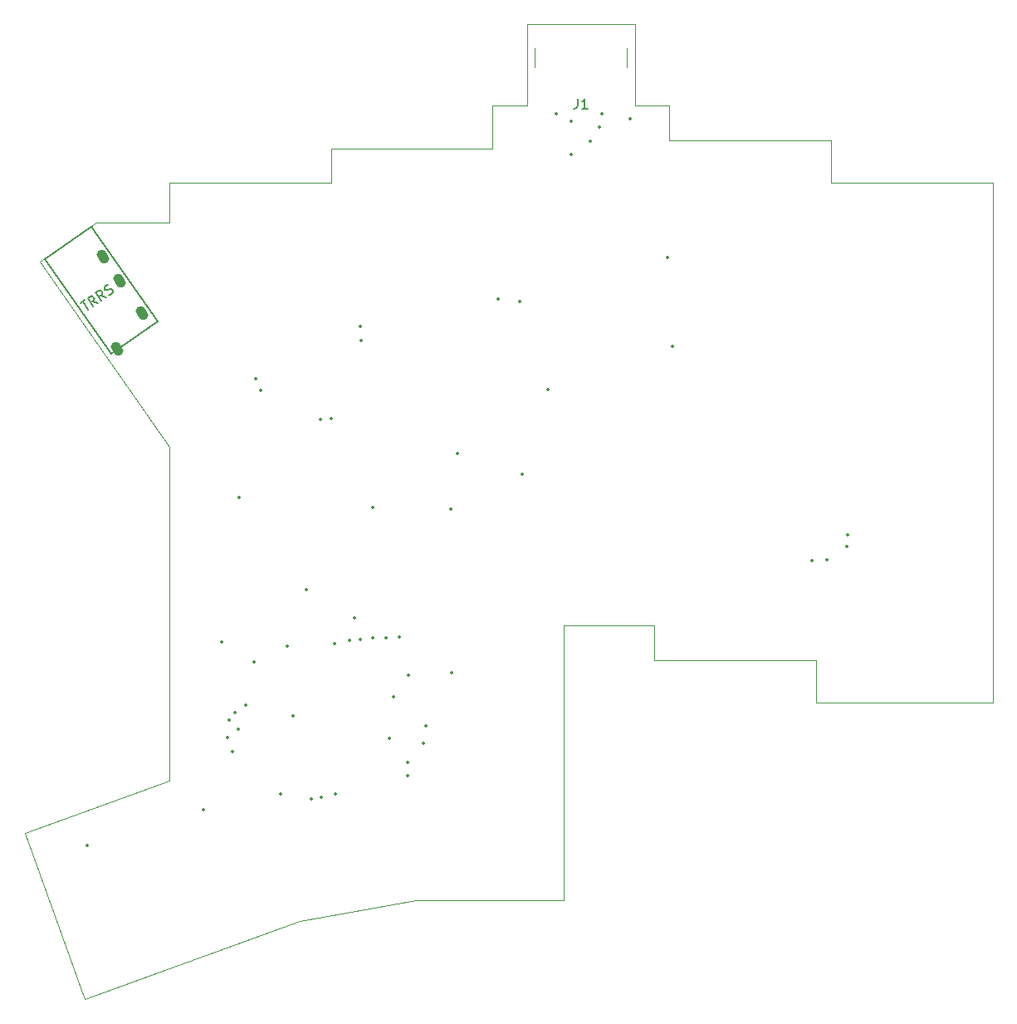
<source format=gto>
%TF.GenerationSoftware,KiCad,Pcbnew,(6.0.6)*%
%TF.CreationDate,2022-11-13T11:43:20+09:00*%
%TF.ProjectId,split-mini__right,73706c69-742d-46d6-996e-695f5f726967,rev?*%
%TF.SameCoordinates,Original*%
%TF.FileFunction,Legend,Top*%
%TF.FilePolarity,Positive*%
%FSLAX46Y46*%
G04 Gerber Fmt 4.6, Leading zero omitted, Abs format (unit mm)*
G04 Created by KiCad (PCBNEW (6.0.6)) date 2022-11-13 11:43:20*
%MOMM*%
%LPD*%
G01*
G04 APERTURE LIST*
G04 Aperture macros list*
%AMHorizOval*
0 Thick line with rounded ends*
0 $1 width*
0 $2 $3 position (X,Y) of the first rounded end (center of the circle)*
0 $4 $5 position (X,Y) of the second rounded end (center of the circle)*
0 Add line between two ends*
20,1,$1,$2,$3,$4,$5,0*
0 Add two circle primitives to create the rounded ends*
1,1,$1,$2,$3*
1,1,$1,$4,$5*%
G04 Aperture macros list end*
%TA.AperFunction,Profile*%
%ADD10C,0.100000*%
%TD*%
%ADD11C,0.150000*%
%ADD12C,0.120000*%
%ADD13C,0.350000*%
%ADD14O,0.600000X1.400000*%
%ADD15O,0.600000X1.700000*%
%ADD16HorizOval,1.000000X-0.143394X0.204788X0.143394X-0.204788X0*%
%ADD17C,1.900000*%
%ADD18C,3.000000*%
%ADD19C,4.100000*%
%ADD20C,0.650000*%
%ADD21R,0.580000X1.400000*%
%ADD22R,0.280000X1.400000*%
%ADD23O,1.000000X1.800000*%
%ADD24O,1.000000X2.100000*%
%ADD25C,1.200000*%
G04 APERTURE END LIST*
D10*
X31862559Y-92361502D02*
X17138087Y-97720772D01*
X99362559Y-27072346D02*
X82862559Y-27072346D01*
X99362559Y-31447346D02*
X99362559Y-27072346D01*
X31862559Y-35447346D02*
X24406065Y-35447346D01*
X31862559Y-58300450D02*
X18672001Y-39462381D01*
X97862559Y-80072346D02*
X97862559Y-84447346D01*
X23294449Y-114635239D02*
X45197576Y-106663153D01*
X81362559Y-80072346D02*
X97862559Y-80072346D01*
X17138087Y-97720772D02*
X23294449Y-114635239D01*
X48362559Y-27947346D02*
X64862559Y-27947346D01*
X115862559Y-31447346D02*
X99362559Y-31447346D01*
X72137559Y-104572346D02*
X72137559Y-76572346D01*
X57055130Y-104572346D02*
X72137559Y-104572346D01*
X97862559Y-84447346D02*
X115862559Y-84447346D01*
X82862559Y-27072346D02*
X82862559Y-23572346D01*
X31862559Y-58300450D02*
X31862559Y-92361502D01*
X64862559Y-23572346D02*
X68362559Y-23572346D01*
X45197576Y-106663153D02*
X57055130Y-104572346D01*
X68362559Y-15272346D02*
X68362559Y-23572346D01*
X115862559Y-84447346D02*
X115862559Y-31447346D01*
X48362559Y-31447346D02*
X48362559Y-27947346D01*
X18672001Y-39462381D02*
X24406065Y-35447346D01*
X79362559Y-15272346D02*
X79362559Y-23572346D01*
X79362559Y-23572346D02*
X82862559Y-23572346D01*
X68362559Y-15272346D02*
X79362559Y-15272346D01*
X31862559Y-31447346D02*
X31862559Y-35447346D01*
X64862559Y-27947346D02*
X64862559Y-23572346D01*
X48362559Y-31447346D02*
X31862559Y-31447346D01*
X81362559Y-76572346D02*
X81362559Y-80072346D01*
X72137559Y-76572346D02*
X81362559Y-76572346D01*
D11*
%TO.C,J1*%
X73526666Y-22847380D02*
X73526666Y-23561666D01*
X73479047Y-23704523D01*
X73383809Y-23799761D01*
X73240952Y-23847380D01*
X73145714Y-23847380D01*
X74526666Y-23847380D02*
X73955238Y-23847380D01*
X74240952Y-23847380D02*
X74240952Y-22847380D01*
X74145714Y-22990238D01*
X74050476Y-23085476D01*
X73955238Y-23133095D01*
%TO.C,J2*%
X22822036Y-43709383D02*
X23290123Y-43381625D01*
X23629656Y-44364656D02*
X23056080Y-43545504D01*
X24604837Y-43681827D02*
X24058655Y-43482947D01*
X24136750Y-44009585D02*
X23563174Y-43190433D01*
X23875232Y-42971928D01*
X23980559Y-42956309D01*
X24046880Y-42968003D01*
X24140513Y-43018704D01*
X24222453Y-43135726D01*
X24238072Y-43241054D01*
X24226378Y-43307374D01*
X24175677Y-43401008D01*
X23863619Y-43619513D01*
X25423989Y-43108251D02*
X24877807Y-42909371D01*
X24955902Y-43436009D02*
X24382326Y-42616857D01*
X24694384Y-42398351D01*
X24799711Y-42382732D01*
X24866032Y-42394426D01*
X24959665Y-42445128D01*
X25041605Y-42562149D01*
X25057224Y-42667477D01*
X25045530Y-42733798D01*
X24994829Y-42827431D01*
X24682771Y-43045936D01*
X25708734Y-42850738D02*
X25853069Y-42807806D01*
X26048105Y-42671240D01*
X26098806Y-42577607D01*
X26110500Y-42511286D01*
X26094881Y-42405959D01*
X26040255Y-42327944D01*
X25946621Y-42277243D01*
X25880301Y-42265549D01*
X25774973Y-42281168D01*
X25591631Y-42351413D01*
X25486304Y-42367032D01*
X25419983Y-42355338D01*
X25326350Y-42304637D01*
X25271723Y-42226622D01*
X25256104Y-42121295D01*
X25267798Y-42054974D01*
X25318500Y-41961341D01*
X25513536Y-41824775D01*
X25657871Y-41781843D01*
D12*
%TO.C,J1*%
X69160000Y-19650000D02*
X69160000Y-17650000D01*
X78560000Y-19650000D02*
X78560000Y-17650000D01*
D11*
%TO.C,J2*%
X30695303Y-45518205D02*
X25944221Y-48844948D01*
X23955779Y-35893168D02*
X30695303Y-45518205D01*
X25944221Y-48844948D02*
X19204698Y-39219911D01*
X19204698Y-39219911D02*
X23955779Y-35893168D01*
%TD*%
D13*
X52590000Y-64500000D03*
X50786478Y-75789500D03*
X44500000Y-85750000D03*
X70500000Y-52500000D03*
X57787701Y-88552299D03*
X78900000Y-24850000D03*
X37250000Y-78250000D03*
X58072299Y-86787701D03*
X40500000Y-80250000D03*
X60710000Y-81380000D03*
X39000000Y-63500000D03*
X61250000Y-59000000D03*
X23500000Y-99000000D03*
X43879057Y-78620943D03*
X54779652Y-83850500D03*
X48752299Y-78362299D03*
X56290000Y-81600000D03*
X56170000Y-91890000D03*
X71350000Y-24400000D03*
X76020000Y-24400000D03*
X75770000Y-25720000D03*
X48403097Y-55491502D03*
X74847343Y-27204500D03*
X47330000Y-55540000D03*
X72877701Y-28487701D03*
X72885500Y-25170000D03*
X54330500Y-88010000D03*
X37959906Y-86203893D03*
X40682701Y-51422701D03*
X37840000Y-87980000D03*
X51320000Y-46050000D03*
X65445500Y-43239503D03*
X38360000Y-89360000D03*
X54010000Y-77840000D03*
X82705000Y-39045000D03*
X98915500Y-69842701D03*
X48820000Y-93760000D03*
X38580000Y-85420000D03*
X41200000Y-52560000D03*
X51470000Y-47500000D03*
X38880000Y-87130000D03*
X67610000Y-43530000D03*
X51392299Y-77952299D03*
X83210000Y-48070000D03*
X55360000Y-77700000D03*
X47420000Y-94090000D03*
X101057785Y-67331717D03*
X39700000Y-84700000D03*
X45840000Y-72930000D03*
X50260000Y-78060000D03*
X60550000Y-64670000D03*
X67862701Y-61102701D03*
X52652299Y-77832299D03*
X97410000Y-69940000D03*
X56205500Y-90490000D03*
X101005000Y-68495000D03*
X46327549Y-94252950D03*
X35366953Y-95330000D03*
X43250000Y-93759500D03*
X111920000Y-75430000D03*
X103030000Y-72890000D03*
X106840000Y-75430000D03*
X101760000Y-75430000D03*
X109380000Y-70350000D03*
X76750000Y-20350000D03*
X70970000Y-20350000D03*
D14*
X69540000Y-16670000D03*
D15*
X78180000Y-20850000D03*
X69540000Y-20850000D03*
D14*
X78180000Y-16670000D03*
D13*
X52270000Y-54460000D03*
X53540000Y-51920000D03*
X59890000Y-49380000D03*
X62430000Y-54460000D03*
X57350000Y-54460000D03*
X78930000Y-32570000D03*
X77660000Y-35110000D03*
X68770000Y-32570000D03*
X73850000Y-32570000D03*
X71310000Y-37650000D03*
X45950000Y-57940000D03*
X35790000Y-57940000D03*
X37060000Y-55400000D03*
X40870000Y-57940000D03*
X43410000Y-52860000D03*
X40597177Y-98322133D03*
X49793184Y-99279812D03*
X43980721Y-102883890D03*
X45600000Y-97440000D03*
X50602823Y-96557867D03*
X86550000Y-68530000D03*
X92900000Y-65990000D03*
X95440000Y-71070000D03*
X85280000Y-71070000D03*
X90360000Y-71070000D03*
X86550000Y-51020000D03*
X90360000Y-53560000D03*
X92900000Y-48480000D03*
X95440000Y-53560000D03*
X85280000Y-53560000D03*
X70030000Y-47540000D03*
X73840000Y-50080000D03*
X78920000Y-50080000D03*
X68760000Y-50080000D03*
X76380000Y-45000000D03*
X26369602Y-44396459D03*
X22354567Y-38662395D03*
D16*
X26542185Y-48304172D03*
X25107224Y-38932358D03*
X26827953Y-41389814D03*
X29122259Y-44666423D03*
D13*
X109390000Y-52860000D03*
X106850000Y-57940000D03*
X111930000Y-57940000D03*
X103040000Y-55400000D03*
X101770000Y-57940000D03*
X45930000Y-75440000D03*
X37040000Y-72900000D03*
X40850000Y-75440000D03*
X43390000Y-70360000D03*
X35770000Y-75440000D03*
X45940000Y-40440000D03*
X40860000Y-40440000D03*
X35780000Y-40440000D03*
X37050000Y-37900000D03*
X43400000Y-35360000D03*
X59900000Y-66870000D03*
X52280000Y-71950000D03*
X62440000Y-71950000D03*
X57360000Y-71950000D03*
X53550000Y-69410000D03*
X111930000Y-40440000D03*
X104310000Y-45520000D03*
X110660000Y-42980000D03*
X106850000Y-40440000D03*
X101770000Y-40440000D03*
X62470000Y-36930000D03*
X53580000Y-34390000D03*
X57390000Y-36930000D03*
X59930000Y-31850000D03*
X52310000Y-36930000D03*
X76390000Y-62500000D03*
X73850000Y-67580000D03*
X70040000Y-65040000D03*
X78930000Y-67580000D03*
X68770000Y-67580000D03*
X23916361Y-104807462D03*
X28040643Y-108712370D03*
X28690000Y-103070000D03*
X33138960Y-104153723D03*
X33463639Y-101332538D03*
X85270000Y-36070000D03*
X95430000Y-36070000D03*
X90350000Y-36070000D03*
X94160000Y-38610000D03*
X87810000Y-41150000D03*
X58060000Y-95560000D03*
X68220000Y-95560000D03*
X63140000Y-95560000D03*
X66950000Y-98100000D03*
X60600000Y-100640000D03*
%LPC*%
D17*
%TO.C,SW15*%
X111920000Y-75430000D03*
D18*
X103030000Y-72890000D03*
D19*
X106840000Y-75430000D03*
D17*
X101760000Y-75430000D03*
D18*
X109380000Y-70350000D03*
%TD*%
D20*
%TO.C,J1*%
X76750000Y-20350000D03*
X70970000Y-20350000D03*
D21*
X77060000Y-21550000D03*
X76260000Y-21550000D03*
D22*
X75110000Y-21550000D03*
X74110000Y-21550000D03*
X73610000Y-21550000D03*
X72610000Y-21550000D03*
D21*
X71460000Y-21550000D03*
X70660000Y-21550000D03*
X70660000Y-21550000D03*
X71460000Y-21550000D03*
D22*
X72110000Y-21550000D03*
X73110000Y-21550000D03*
X74610000Y-21550000D03*
X75610000Y-21550000D03*
D21*
X76260000Y-21550000D03*
X77060000Y-21550000D03*
D23*
X69540000Y-16670000D03*
D24*
X78180000Y-20850000D03*
X69540000Y-20850000D03*
D23*
X78180000Y-16670000D03*
%TD*%
D17*
%TO.C,SW7*%
X52270000Y-54460000D03*
D18*
X53540000Y-51920000D03*
X59890000Y-49380000D03*
D17*
X62430000Y-54460000D03*
D19*
X57350000Y-54460000D03*
%TD*%
D17*
%TO.C,SW3*%
X78930000Y-32570000D03*
D18*
X77660000Y-35110000D03*
D17*
X68770000Y-32570000D03*
D19*
X73850000Y-32570000D03*
D18*
X71310000Y-37650000D03*
%TD*%
D17*
%TO.C,SW6*%
X45950000Y-57940000D03*
X35790000Y-57940000D03*
D18*
X37060000Y-55400000D03*
D19*
X40870000Y-57940000D03*
D18*
X43410000Y-52860000D03*
%TD*%
D17*
%TO.C,SW17*%
X40597177Y-98322133D03*
D18*
X49793184Y-99279812D03*
X43980721Y-102883890D03*
D19*
X45600000Y-97440000D03*
D17*
X50602823Y-96557867D03*
%TD*%
D18*
%TO.C,SW14*%
X86550000Y-68530000D03*
X92900000Y-65990000D03*
D17*
X95440000Y-71070000D03*
X85280000Y-71070000D03*
D19*
X90360000Y-71070000D03*
%TD*%
D18*
%TO.C,SW9*%
X86550000Y-51020000D03*
D19*
X90360000Y-53560000D03*
D18*
X92900000Y-48480000D03*
D17*
X95440000Y-53560000D03*
X85280000Y-53560000D03*
%TD*%
D18*
%TO.C,SW8*%
X70030000Y-47540000D03*
D19*
X73840000Y-50080000D03*
D17*
X78920000Y-50080000D03*
X68760000Y-50080000D03*
D18*
X76380000Y-45000000D03*
%TD*%
D25*
%TO.C,J2*%
X26369602Y-44396459D03*
X22354567Y-38662395D03*
%TD*%
D18*
%TO.C,SW10*%
X109390000Y-52860000D03*
D19*
X106850000Y-57940000D03*
D17*
X111930000Y-57940000D03*
D18*
X103040000Y-55400000D03*
D17*
X101770000Y-57940000D03*
%TD*%
%TO.C,SW11*%
X45930000Y-75440000D03*
D18*
X37040000Y-72900000D03*
D19*
X40850000Y-75440000D03*
D18*
X43390000Y-70360000D03*
D17*
X35770000Y-75440000D03*
%TD*%
%TO.C,SW1*%
X45940000Y-40440000D03*
D19*
X40860000Y-40440000D03*
D17*
X35780000Y-40440000D03*
D18*
X37050000Y-37900000D03*
X43400000Y-35360000D03*
%TD*%
%TO.C,SW12*%
X59900000Y-66870000D03*
D17*
X52280000Y-71950000D03*
X62440000Y-71950000D03*
D19*
X57360000Y-71950000D03*
D18*
X53550000Y-69410000D03*
%TD*%
D17*
%TO.C,SW5*%
X111930000Y-40440000D03*
D18*
X104310000Y-45520000D03*
X110660000Y-42980000D03*
D19*
X106850000Y-40440000D03*
D17*
X101770000Y-40440000D03*
%TD*%
%TO.C,SW2*%
X62470000Y-36930000D03*
D18*
X53580000Y-34390000D03*
D19*
X57390000Y-36930000D03*
D18*
X59930000Y-31850000D03*
D17*
X52310000Y-36930000D03*
%TD*%
D18*
%TO.C,SW13*%
X76390000Y-62500000D03*
D19*
X73850000Y-67580000D03*
D18*
X70040000Y-65040000D03*
D17*
X78930000Y-67580000D03*
X68770000Y-67580000D03*
%TD*%
%TO.C,SW16*%
X23916361Y-104807462D03*
D18*
X28040643Y-108712370D03*
D19*
X28690000Y-103070000D03*
D18*
X33138960Y-104153723D03*
D17*
X33463639Y-101332538D03*
%TD*%
%TO.C,SW4*%
X85270000Y-36070000D03*
X95430000Y-36070000D03*
D19*
X90350000Y-36070000D03*
D18*
X94160000Y-38610000D03*
X87810000Y-41150000D03*
%TD*%
D17*
%TO.C,SW18*%
X58060000Y-95560000D03*
X68220000Y-95560000D03*
D19*
X63140000Y-95560000D03*
D18*
X66950000Y-98100000D03*
X60600000Y-100640000D03*
%TD*%
M02*

</source>
